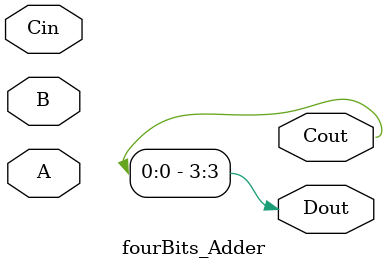
<source format=sv>
`timescale 1ns / 1ps


module fourBits_Adder(

input logic Cin,
input logic [3:0] A,
input logic [3:0] B,
output logic [3:0] Dout,
output logic Cout

    );
    
    assign Dput = Cin + A + B;
    assign Cout = Dout[3];
    
endmodule


</source>
